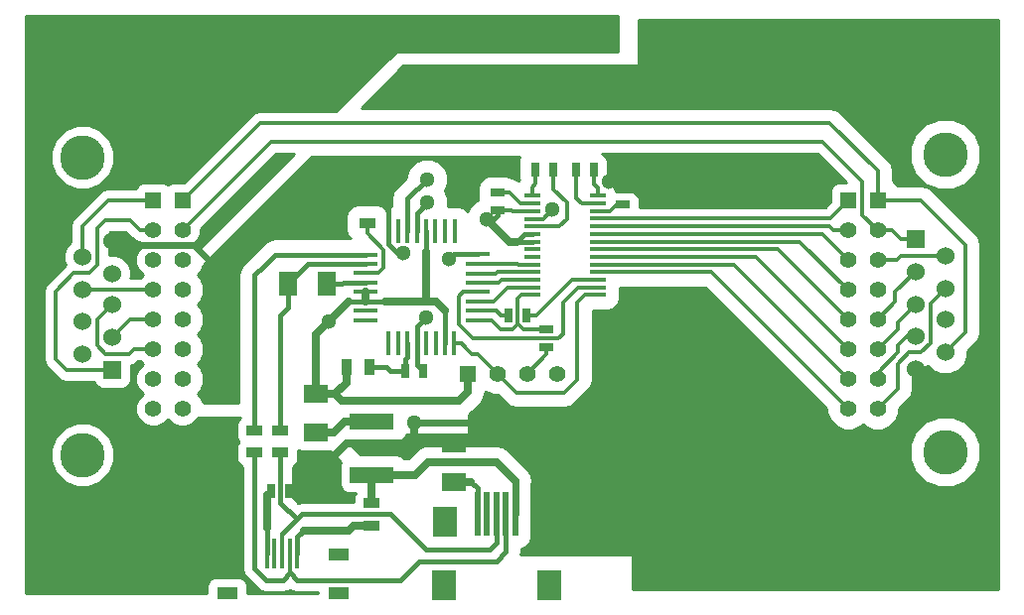
<source format=gbl>
G04 (created by PCBNEW (2013-jul-07)-stable) date śro, 10 cze 2015, 22:30:10*
%MOIN*%
G04 Gerber Fmt 3.4, Leading zero omitted, Abs format*
%FSLAX34Y34*%
G01*
G70*
G90*
G04 APERTURE LIST*
%ADD10C,0.00590551*%
%ADD11R,0.0579X0.0165*%
%ADD12C,0.15*%
%ADD13R,0.06X0.06*%
%ADD14C,0.06*%
%ADD15R,0.08X0.06*%
%ADD16R,0.06X0.08*%
%ADD17R,0.035X0.055*%
%ADD18R,0.055X0.035*%
%ADD19R,0.025X0.045*%
%ADD20R,0.045X0.025*%
%ADD21R,0.0787X0.0177*%
%ADD22R,0.0177X0.0787*%
%ADD23R,0.015748X0.0984252*%
%ADD24R,0.0708661X0.0393701*%
%ADD25R,0.055X0.055*%
%ADD26C,0.055*%
%ADD27R,0.0196X0.145669*%
%ADD28R,0.0787X0.0984*%
%ADD29R,0.15X0.055*%
%ADD30R,0.0590551X0.0590551*%
%ADD31C,0.0511811*%
%ADD32C,0.014*%
%ADD33C,0.018*%
%ADD34C,0.024*%
%ADD35C,0.028*%
%ADD36C,0.01*%
G04 APERTURE END LIST*
G54D10*
G54D11*
X66397Y-36269D03*
X66397Y-36525D03*
X66397Y-36781D03*
X66397Y-37037D03*
X64195Y-35505D03*
X66397Y-35501D03*
X66397Y-35757D03*
X66397Y-36013D03*
X64193Y-37293D03*
X64193Y-37037D03*
X64193Y-36781D03*
X64193Y-36525D03*
X64193Y-36269D03*
X64193Y-36013D03*
X66397Y-37293D03*
X64195Y-35757D03*
X66397Y-35245D03*
X66397Y-37549D03*
X64193Y-37549D03*
X64193Y-35245D03*
X66397Y-34990D03*
X66397Y-37804D03*
X64193Y-37804D03*
X64193Y-34990D03*
X66397Y-34734D03*
X66397Y-38060D03*
X64193Y-38060D03*
X64193Y-34734D03*
G54D12*
X49106Y-43435D03*
X49106Y-33435D03*
G54D13*
X50106Y-40585D03*
G54D14*
X50106Y-39485D03*
X50106Y-38385D03*
X50106Y-37335D03*
X50106Y-36235D03*
X49106Y-36785D03*
X49106Y-37885D03*
X49106Y-38935D03*
X49106Y-40035D03*
G54D12*
X78059Y-33335D03*
X78059Y-43335D03*
G54D13*
X77059Y-36185D03*
G54D14*
X77059Y-37285D03*
X77059Y-38385D03*
X77059Y-39435D03*
X77059Y-40535D03*
X78059Y-39985D03*
X78059Y-38885D03*
X78059Y-37835D03*
X78059Y-36735D03*
G54D15*
X56929Y-42697D03*
X56929Y-41397D03*
G54D16*
X57303Y-37696D03*
X56003Y-37696D03*
G54D17*
X57971Y-40472D03*
X58721Y-40472D03*
G54D18*
X55748Y-43367D03*
X55748Y-42617D03*
X54881Y-43367D03*
X54881Y-42617D03*
X58661Y-34900D03*
X58661Y-35650D03*
G54D19*
X60536Y-40629D03*
X59936Y-40629D03*
G54D20*
X63031Y-34621D03*
X63031Y-35221D03*
G54D19*
X64306Y-33838D03*
X64906Y-33838D03*
G54D20*
X67244Y-34424D03*
X67244Y-35024D03*
G54D19*
X65684Y-33838D03*
X66284Y-33838D03*
G54D21*
X58596Y-36702D03*
X58596Y-37017D03*
X58596Y-37332D03*
X58596Y-37647D03*
X58596Y-37962D03*
X58596Y-38277D03*
X58596Y-38592D03*
X58596Y-38907D03*
X62362Y-38905D03*
X62362Y-36695D03*
X62362Y-37015D03*
X62362Y-37335D03*
X62362Y-37645D03*
X62362Y-37965D03*
X62362Y-38275D03*
X62362Y-38595D03*
G54D22*
X59380Y-39695D03*
X59694Y-39695D03*
X60010Y-39695D03*
X60324Y-39695D03*
X60640Y-39695D03*
X60954Y-39695D03*
X61270Y-39695D03*
X61584Y-39695D03*
X59382Y-35915D03*
X59692Y-35915D03*
X60012Y-35915D03*
X60322Y-35915D03*
X60632Y-35915D03*
X60952Y-35915D03*
X61272Y-35915D03*
X61592Y-35915D03*
G54D23*
X55807Y-46751D03*
X56062Y-46751D03*
X55295Y-46751D03*
X55551Y-46751D03*
X56318Y-46751D03*
G54D24*
X57696Y-46771D03*
X57696Y-48070D03*
X53956Y-46771D03*
X53956Y-48070D03*
G54D25*
X74803Y-34885D03*
G54D26*
X74803Y-35885D03*
X74803Y-36885D03*
X74803Y-37885D03*
X74803Y-38885D03*
X74803Y-39885D03*
X74803Y-40885D03*
X74803Y-41885D03*
G54D19*
X64000Y-38740D03*
X63400Y-38740D03*
G54D27*
X62992Y-45433D03*
X63307Y-45433D03*
X62362Y-45433D03*
X62677Y-45433D03*
G54D28*
X61221Y-47834D03*
X64763Y-47834D03*
X61260Y-45669D03*
X64763Y-45669D03*
G54D27*
X63622Y-45433D03*
G54D29*
X58818Y-44128D03*
X58818Y-42328D03*
G54D25*
X51476Y-34885D03*
G54D26*
X51476Y-35885D03*
X51476Y-36885D03*
X51476Y-37885D03*
X51476Y-38885D03*
X51476Y-39885D03*
X51476Y-40885D03*
X51476Y-41885D03*
G54D25*
X75787Y-34885D03*
G54D26*
X75787Y-35885D03*
X75787Y-36885D03*
X75787Y-37885D03*
X75787Y-38885D03*
X75787Y-39885D03*
X75787Y-40885D03*
X75787Y-41885D03*
G54D25*
X62043Y-40708D03*
G54D26*
X63043Y-40708D03*
X64043Y-40708D03*
X65043Y-40708D03*
G54D25*
X52460Y-34885D03*
G54D26*
X52460Y-35885D03*
X52460Y-36885D03*
X52460Y-37885D03*
X52460Y-38885D03*
X52460Y-39885D03*
X52460Y-40885D03*
X52460Y-41885D03*
G54D15*
X61574Y-43050D03*
X61574Y-44350D03*
G54D18*
X58818Y-45058D03*
X58818Y-45808D03*
G54D19*
X56048Y-44645D03*
X55448Y-44645D03*
G54D20*
X64685Y-39227D03*
X64685Y-39827D03*
G54D30*
X52755Y-32874D03*
X52165Y-43897D03*
X58070Y-29330D03*
X47834Y-36811D03*
X75984Y-45472D03*
X75196Y-30708D03*
G54D31*
X60669Y-34173D03*
X60669Y-34960D03*
X54173Y-39173D03*
X64881Y-35196D03*
X66771Y-34251D03*
X60236Y-42362D03*
X60629Y-38818D03*
X59881Y-36653D03*
X61417Y-36850D03*
X62677Y-35511D03*
X57362Y-38937D03*
G54D32*
X51476Y-37885D02*
X49791Y-37885D01*
X49791Y-37885D02*
X49106Y-37885D01*
G54D33*
X55748Y-43367D02*
X55748Y-45039D01*
X55748Y-45039D02*
X56299Y-45590D01*
X57952Y-45433D02*
X59448Y-45433D01*
X55807Y-46082D02*
X56299Y-45590D01*
X56299Y-45590D02*
X56456Y-45433D01*
X56456Y-45433D02*
X57952Y-45433D01*
X62755Y-46614D02*
X62992Y-46377D01*
X62992Y-45433D02*
X62992Y-46377D01*
G54D32*
X55807Y-46082D02*
X55807Y-46751D01*
G54D33*
X60629Y-46614D02*
X62755Y-46614D01*
X59448Y-45433D02*
X60629Y-46614D01*
X55748Y-41338D02*
X55748Y-42204D01*
X55748Y-38740D02*
X56003Y-38484D01*
X56003Y-37696D02*
X56003Y-38484D01*
X55748Y-42204D02*
X55748Y-42617D01*
X55748Y-41338D02*
X55748Y-38740D01*
X58596Y-37017D02*
X56683Y-37017D01*
X56683Y-37017D02*
X56003Y-37696D01*
X54881Y-43367D02*
X54881Y-47244D01*
X55826Y-47637D02*
X55275Y-47637D01*
X55275Y-47637D02*
X54881Y-47244D01*
X55826Y-47637D02*
X56062Y-47401D01*
G54D32*
X56062Y-46751D02*
X56062Y-47401D01*
G54D33*
X63307Y-46692D02*
X63307Y-45433D01*
X62992Y-47007D02*
X63307Y-46692D01*
X60393Y-47007D02*
X62992Y-47007D01*
X59763Y-47637D02*
X60393Y-47007D01*
X56299Y-47637D02*
X59763Y-47637D01*
X56062Y-47401D02*
X56299Y-47637D01*
X54881Y-41259D02*
X54881Y-42125D01*
X54881Y-37401D02*
X55196Y-37086D01*
X55581Y-36702D02*
X55196Y-37086D01*
X58596Y-36702D02*
X55581Y-36702D01*
X54881Y-42125D02*
X54881Y-42617D01*
X54881Y-41259D02*
X54881Y-37401D01*
G54D32*
X75787Y-35885D02*
X76279Y-35885D01*
X76579Y-36185D02*
X77059Y-36185D01*
X76279Y-35885D02*
X76579Y-36185D01*
X52460Y-35885D02*
X55433Y-32913D01*
X75275Y-35374D02*
X75787Y-35885D01*
X75275Y-34251D02*
X75275Y-35374D01*
X73937Y-32913D02*
X75275Y-34251D01*
X55433Y-32913D02*
X73937Y-32913D01*
X51476Y-35885D02*
X51043Y-35885D01*
X48558Y-40585D02*
X50106Y-40585D01*
X48188Y-40216D02*
X48558Y-40585D01*
X48188Y-37952D02*
X48188Y-40216D01*
X48818Y-37322D02*
X48188Y-37952D01*
X49330Y-37322D02*
X48818Y-37322D01*
X49606Y-37047D02*
X49330Y-37322D01*
X49606Y-35807D02*
X49606Y-37047D01*
X49862Y-35551D02*
X49606Y-35807D01*
X50708Y-35551D02*
X49862Y-35551D01*
X51043Y-35885D02*
X50708Y-35551D01*
X75787Y-36885D02*
X76421Y-36885D01*
X76571Y-36735D02*
X78059Y-36735D01*
X76421Y-36885D02*
X76571Y-36735D01*
X75787Y-40885D02*
X75787Y-40669D01*
X76784Y-39435D02*
X77059Y-39435D01*
X76456Y-39763D02*
X76784Y-39435D01*
X76456Y-40000D02*
X76456Y-39763D01*
X75787Y-40669D02*
X76456Y-40000D01*
X75787Y-34885D02*
X77248Y-34885D01*
X78740Y-39304D02*
X78059Y-39985D01*
X78740Y-36377D02*
X78740Y-39304D01*
X77248Y-34885D02*
X78740Y-36377D01*
X52460Y-34885D02*
X55062Y-32283D01*
X75787Y-33897D02*
X75787Y-34885D01*
X74173Y-32283D02*
X75787Y-33897D01*
X55062Y-32283D02*
X74173Y-32283D01*
X51476Y-34885D02*
X49956Y-34885D01*
X49106Y-35736D02*
X49106Y-36785D01*
X49956Y-34885D02*
X49106Y-35736D01*
X75787Y-41885D02*
X76456Y-41216D01*
X77559Y-38335D02*
X78059Y-37835D01*
X77559Y-39685D02*
X77559Y-38335D01*
X77244Y-40000D02*
X77559Y-39685D01*
X76850Y-40000D02*
X77244Y-40000D01*
X76456Y-40393D02*
X76850Y-40000D01*
X76456Y-41216D02*
X76456Y-40393D01*
G54D33*
X60012Y-34830D02*
X60669Y-34173D01*
X60012Y-35915D02*
X60012Y-34830D01*
G54D32*
X66397Y-36269D02*
X73186Y-36269D01*
X73186Y-36269D02*
X74803Y-37885D01*
X73710Y-35757D02*
X74182Y-35757D01*
X66397Y-35757D02*
X73710Y-35757D01*
X74311Y-35885D02*
X74803Y-35885D01*
X74182Y-35757D02*
X74311Y-35885D01*
X73385Y-36013D02*
X73930Y-36013D01*
X73930Y-36013D02*
X74803Y-36885D01*
X66397Y-36013D02*
X73385Y-36013D01*
X73385Y-36013D02*
X73415Y-36013D01*
X73543Y-35501D02*
X74187Y-35501D01*
X74187Y-35501D02*
X74803Y-34885D01*
X66397Y-35501D02*
X73543Y-35501D01*
X73543Y-35501D02*
X73553Y-35501D01*
X66397Y-36525D02*
X72442Y-36525D01*
X72442Y-36525D02*
X74803Y-38885D01*
X62362Y-38275D02*
X62905Y-38275D01*
X63376Y-37804D02*
X64193Y-37804D01*
X62905Y-38275D02*
X63376Y-37804D01*
X62362Y-37335D02*
X62979Y-37335D01*
X63021Y-37293D02*
X64193Y-37293D01*
X62979Y-37335D02*
X63021Y-37293D01*
X62362Y-37645D02*
X63063Y-37645D01*
X63159Y-37549D02*
X64193Y-37549D01*
X63063Y-37645D02*
X63159Y-37549D01*
X62362Y-37015D02*
X63708Y-37015D01*
X63730Y-37037D02*
X64193Y-37037D01*
X63708Y-37015D02*
X63730Y-37037D01*
X64685Y-39227D02*
X63912Y-39227D01*
X63912Y-39227D02*
X63700Y-39015D01*
X62362Y-38905D02*
X62842Y-38905D01*
X63829Y-38060D02*
X64193Y-38060D01*
X63700Y-38188D02*
X63829Y-38060D01*
X63700Y-39055D02*
X63700Y-39015D01*
X63700Y-39015D02*
X63700Y-38188D01*
X63543Y-39212D02*
X63700Y-39055D01*
X63149Y-39212D02*
X63543Y-39212D01*
X62842Y-38905D02*
X63149Y-39212D01*
X75787Y-38885D02*
X76377Y-38295D01*
X76377Y-37966D02*
X77059Y-37285D01*
X76377Y-38295D02*
X76377Y-37966D01*
X51476Y-38885D02*
X50706Y-38885D01*
X50706Y-38885D02*
X50106Y-39485D01*
G54D33*
X60322Y-35307D02*
X60669Y-34960D01*
X60322Y-35915D02*
X60322Y-35307D01*
G54D32*
X62204Y-39527D02*
X65078Y-39527D01*
X61877Y-37965D02*
X61732Y-38110D01*
X61732Y-38110D02*
X61732Y-39055D01*
X62362Y-37965D02*
X61877Y-37965D01*
X61732Y-39055D02*
X62204Y-39527D01*
X65738Y-37804D02*
X66397Y-37804D01*
X65236Y-38307D02*
X65738Y-37804D01*
X65236Y-39370D02*
X65236Y-38307D01*
X65078Y-39527D02*
X65236Y-39370D01*
X62362Y-38595D02*
X63004Y-38595D01*
X63149Y-38740D02*
X63400Y-38740D01*
X63004Y-38595D02*
X63149Y-38740D01*
X64000Y-38740D02*
X64330Y-38740D01*
X65521Y-37549D02*
X66397Y-37549D01*
X64330Y-38740D02*
X65521Y-37549D01*
X63043Y-40708D02*
X63673Y-41338D01*
X65955Y-38060D02*
X66397Y-38060D01*
X65708Y-38307D02*
X65955Y-38060D01*
X65708Y-40905D02*
X65708Y-38307D01*
X65275Y-41338D02*
X65708Y-40905D01*
X63673Y-41338D02*
X65275Y-41338D01*
X61968Y-39842D02*
X62165Y-40039D01*
X61821Y-39695D02*
X61968Y-39842D01*
X61584Y-39695D02*
X61821Y-39695D01*
X62374Y-40039D02*
X63043Y-40708D01*
X62165Y-40039D02*
X62374Y-40039D01*
X66397Y-37037D02*
X70954Y-37037D01*
X70954Y-37037D02*
X74803Y-40885D01*
X66397Y-37293D02*
X70210Y-37293D01*
X70210Y-37293D02*
X74803Y-41885D01*
X66397Y-36781D02*
X71698Y-36781D01*
X71698Y-36781D02*
X74803Y-39885D01*
X75787Y-39885D02*
X76456Y-39216D01*
X76456Y-38988D02*
X77059Y-38385D01*
X76456Y-39216D02*
X76456Y-38988D01*
X51476Y-39885D02*
X50822Y-39885D01*
X49606Y-38885D02*
X50106Y-38385D01*
X49606Y-39763D02*
X49606Y-38885D01*
X49881Y-40039D02*
X49606Y-39763D01*
X50669Y-40039D02*
X49881Y-40039D01*
X50822Y-39885D02*
X50669Y-40039D01*
G54D34*
X63622Y-45433D02*
X63622Y-44488D01*
G54D35*
X60281Y-44128D02*
X58818Y-44128D01*
X60708Y-43700D02*
X60281Y-44128D01*
X62992Y-43700D02*
X60708Y-43700D01*
X63622Y-44330D02*
X62992Y-43700D01*
G54D34*
X63622Y-44488D02*
X63622Y-44330D01*
G54D35*
X58818Y-45058D02*
X58818Y-44128D01*
G54D34*
X50802Y-36235D02*
X50106Y-36235D01*
X50944Y-36377D02*
X50802Y-36235D01*
X52834Y-36377D02*
X50944Y-36377D01*
X53503Y-37047D02*
X52834Y-36377D01*
X53503Y-38503D02*
X53503Y-37047D01*
X54173Y-39173D02*
X53503Y-38503D01*
X60236Y-42362D02*
X64488Y-42362D01*
X77059Y-42074D02*
X77059Y-40535D01*
X75118Y-44015D02*
X77059Y-42074D01*
X66141Y-44015D02*
X75118Y-44015D01*
X64488Y-42362D02*
X66141Y-44015D01*
G54D32*
X64573Y-35505D02*
X64881Y-35196D01*
X64573Y-35505D02*
X64195Y-35505D01*
X67244Y-34424D02*
X66944Y-34424D01*
X66944Y-34424D02*
X66771Y-34251D01*
G54D35*
X60236Y-43050D02*
X60236Y-42362D01*
G54D33*
X60324Y-40166D02*
X60324Y-40417D01*
X60324Y-39695D02*
X60324Y-40166D01*
X60324Y-40417D02*
X60536Y-40629D01*
X60324Y-39124D02*
X60324Y-39695D01*
X60324Y-39124D02*
X60629Y-38818D01*
G54D35*
X60236Y-43050D02*
X60236Y-42992D01*
X60236Y-42992D02*
X60236Y-43050D01*
G54D33*
X56048Y-44645D02*
X56377Y-44645D01*
G54D35*
X56377Y-44645D02*
X57972Y-43050D01*
X57972Y-43050D02*
X60236Y-43050D01*
X60236Y-43050D02*
X61574Y-43050D01*
G54D33*
X59382Y-35915D02*
X59382Y-36350D01*
X59685Y-36653D02*
X59881Y-36653D01*
X59382Y-36350D02*
X59685Y-36653D01*
X61417Y-36850D02*
X61572Y-36695D01*
X61572Y-36695D02*
X62362Y-36695D01*
X58661Y-34900D02*
X59152Y-34900D01*
X59152Y-34900D02*
X59382Y-35130D01*
X59382Y-35130D02*
X59382Y-35915D01*
G54D32*
X58661Y-35650D02*
X58661Y-35984D01*
X59045Y-37332D02*
X58596Y-37332D01*
X59212Y-37165D02*
X59045Y-37332D01*
X59212Y-36535D02*
X59212Y-37165D01*
X58661Y-35984D02*
X59212Y-36535D01*
G54D33*
X57303Y-37696D02*
X57814Y-37696D01*
X57864Y-37647D02*
X58596Y-37647D01*
X57814Y-37696D02*
X57864Y-37647D01*
G54D32*
X64645Y-35757D02*
X65108Y-35757D01*
X64906Y-34512D02*
X64906Y-33838D01*
X65354Y-34960D02*
X64906Y-34512D01*
X65354Y-35511D02*
X65354Y-34960D01*
X65108Y-35757D02*
X65354Y-35511D01*
X64655Y-35757D02*
X64645Y-35757D01*
X64645Y-35757D02*
X64195Y-35757D01*
X64306Y-33838D02*
X64311Y-33843D01*
X64193Y-34448D02*
X64193Y-34734D01*
X64311Y-34330D02*
X64193Y-34448D01*
X64311Y-33843D02*
X64311Y-34330D01*
X66397Y-35245D02*
X66801Y-35245D01*
X67022Y-35024D02*
X67244Y-35024D01*
X66801Y-35245D02*
X67022Y-35024D01*
G54D35*
X61574Y-44350D02*
X62146Y-44350D01*
G54D33*
X62362Y-44566D02*
X62362Y-45433D01*
X62146Y-44350D02*
X62362Y-44566D01*
G54D32*
X65684Y-33838D02*
X65684Y-34818D01*
X65856Y-34990D02*
X66397Y-34990D01*
X65684Y-34818D02*
X65856Y-34990D01*
X66284Y-33838D02*
X66284Y-34335D01*
X66397Y-34448D02*
X66397Y-34734D01*
X66284Y-34335D02*
X66397Y-34448D01*
G54D33*
X55448Y-44645D02*
X55295Y-44798D01*
G54D35*
X55295Y-44798D02*
X55295Y-45885D01*
G54D33*
X55295Y-45885D02*
X55295Y-46751D01*
G54D32*
X64685Y-39827D02*
X64685Y-40066D01*
X64685Y-40066D02*
X64043Y-40708D01*
G54D35*
X58818Y-42328D02*
X57907Y-42328D01*
X57538Y-42697D02*
X56929Y-42697D01*
X57907Y-42328D02*
X57538Y-42697D01*
G54D33*
X60010Y-39695D02*
X60010Y-40147D01*
X59936Y-40221D02*
X59936Y-40629D01*
X60010Y-40147D02*
X59936Y-40221D01*
X58721Y-40472D02*
X59291Y-40472D01*
X59448Y-40629D02*
X59936Y-40629D01*
X59291Y-40472D02*
X59448Y-40629D01*
G54D32*
X63031Y-34621D02*
X63420Y-34621D01*
X63789Y-34990D02*
X64193Y-34990D01*
X63420Y-34621D02*
X63789Y-34990D01*
G54D33*
X56318Y-46751D02*
X56318Y-46200D01*
G54D35*
X58207Y-45808D02*
X58818Y-45808D01*
X58031Y-45984D02*
X58207Y-45808D01*
X56535Y-45984D02*
X58031Y-45984D01*
G54D33*
X56318Y-46200D02*
X56535Y-45984D01*
G54D35*
X61456Y-41614D02*
X61732Y-41614D01*
X62043Y-41303D02*
X62043Y-40708D01*
X61732Y-41614D02*
X62043Y-41303D01*
X57796Y-41614D02*
X57579Y-41397D01*
X61452Y-41614D02*
X61456Y-41614D01*
X61456Y-41614D02*
X57796Y-41614D01*
G54D33*
X62677Y-35511D02*
X62913Y-35511D01*
X63031Y-35393D02*
X63031Y-35221D01*
X62913Y-35511D02*
X63031Y-35393D01*
X64193Y-36013D02*
X63927Y-36013D01*
X63927Y-36013D02*
X63671Y-36269D01*
G54D35*
X63277Y-36112D02*
X63434Y-36269D01*
X63277Y-36112D02*
X62677Y-35511D01*
G54D33*
X63671Y-36269D02*
X64193Y-36269D01*
G54D35*
X63434Y-36269D02*
X63671Y-36269D01*
X56929Y-41397D02*
X57579Y-41397D01*
X57971Y-41004D02*
X57971Y-40472D01*
X57579Y-41397D02*
X57971Y-41004D01*
X56929Y-41397D02*
X56929Y-40531D01*
X56929Y-39370D02*
X57362Y-38937D01*
X56929Y-40531D02*
X56929Y-39370D01*
G54D33*
X60632Y-35915D02*
X60632Y-36611D01*
G54D35*
X60629Y-36614D02*
X60629Y-38277D01*
X60632Y-36611D02*
X60629Y-36614D01*
G54D33*
X58596Y-38277D02*
X59281Y-38277D01*
X61270Y-38592D02*
X61270Y-39695D01*
G54D35*
X60954Y-38277D02*
X61270Y-38592D01*
X59281Y-38277D02*
X60629Y-38277D01*
X60629Y-38277D02*
X60954Y-38277D01*
X58596Y-37962D02*
X58596Y-38277D01*
G54D33*
X58596Y-38277D02*
X58021Y-38277D01*
G54D35*
X58021Y-38277D02*
X57362Y-38937D01*
G54D32*
X63031Y-35221D02*
X63518Y-35221D01*
X63518Y-35221D02*
X63543Y-35245D01*
X63543Y-35245D02*
X64193Y-35245D01*
G54D10*
G36*
X51127Y-37385D02*
X51022Y-37490D01*
X50719Y-37490D01*
X50731Y-37460D01*
X50731Y-37211D01*
X50636Y-36981D01*
X50461Y-36805D01*
X50231Y-36710D01*
X50001Y-36710D01*
X50001Y-35970D01*
X50026Y-35946D01*
X50544Y-35946D01*
X50763Y-36165D01*
X50891Y-36251D01*
X50891Y-36251D01*
X51017Y-36276D01*
X51017Y-36276D01*
X51127Y-36385D01*
X50967Y-36545D01*
X50875Y-36765D01*
X50875Y-37004D01*
X50966Y-37225D01*
X51127Y-37385D01*
X51127Y-37385D01*
G37*
G54D36*
X51127Y-37385D02*
X51022Y-37490D01*
X50719Y-37490D01*
X50731Y-37460D01*
X50731Y-37211D01*
X50636Y-36981D01*
X50461Y-36805D01*
X50231Y-36710D01*
X50001Y-36710D01*
X50001Y-35970D01*
X50026Y-35946D01*
X50544Y-35946D01*
X50763Y-36165D01*
X50891Y-36251D01*
X50891Y-36251D01*
X51017Y-36276D01*
X51017Y-36276D01*
X51127Y-36385D01*
X50967Y-36545D01*
X50875Y-36765D01*
X50875Y-37004D01*
X50966Y-37225D01*
X51127Y-37385D01*
G54D10*
G36*
X56187Y-33308D02*
X52960Y-36536D01*
X52809Y-36385D01*
X52969Y-36226D01*
X53061Y-36005D01*
X53061Y-35844D01*
X55596Y-33308D01*
X56187Y-33308D01*
X56187Y-33308D01*
G37*
G54D36*
X56187Y-33308D02*
X52960Y-36536D01*
X52809Y-36385D01*
X52969Y-36226D01*
X53061Y-36005D01*
X53061Y-35844D01*
X55596Y-33308D01*
X56187Y-33308D01*
G54D10*
G36*
X58255Y-44728D02*
X58218Y-44818D01*
X58218Y-44947D01*
X58218Y-45017D01*
X57952Y-45017D01*
X56456Y-45017D01*
X56337Y-45041D01*
X56163Y-44867D01*
X56163Y-43836D01*
X56207Y-43818D01*
X56298Y-43726D01*
X56348Y-43607D01*
X56348Y-43477D01*
X56348Y-43274D01*
X56464Y-43322D01*
X56593Y-43322D01*
X57393Y-43322D01*
X57416Y-43313D01*
X57786Y-43684D01*
X57743Y-43788D01*
X57743Y-43917D01*
X57743Y-44467D01*
X57792Y-44587D01*
X57884Y-44679D01*
X58003Y-44728D01*
X58133Y-44728D01*
X58255Y-44728D01*
X58255Y-44728D01*
G37*
G54D36*
X58255Y-44728D02*
X58218Y-44818D01*
X58218Y-44947D01*
X58218Y-45017D01*
X57952Y-45017D01*
X56456Y-45017D01*
X56337Y-45041D01*
X56163Y-44867D01*
X56163Y-43836D01*
X56207Y-43818D01*
X56298Y-43726D01*
X56348Y-43607D01*
X56348Y-43477D01*
X56348Y-43274D01*
X56464Y-43322D01*
X56593Y-43322D01*
X57393Y-43322D01*
X57416Y-43313D01*
X57786Y-43684D01*
X57743Y-43788D01*
X57743Y-43917D01*
X57743Y-44467D01*
X57792Y-44587D01*
X57884Y-44679D01*
X58003Y-44728D01*
X58133Y-44728D01*
X58255Y-44728D01*
G54D10*
G36*
X67075Y-29871D02*
X59624Y-29871D01*
X57608Y-31887D01*
X55062Y-31887D01*
X54911Y-31917D01*
X54783Y-32003D01*
X54783Y-32003D01*
X52501Y-34285D01*
X52121Y-34285D01*
X52001Y-34334D01*
X51968Y-34367D01*
X51936Y-34334D01*
X51816Y-34285D01*
X51686Y-34285D01*
X51136Y-34285D01*
X51017Y-34334D01*
X50925Y-34426D01*
X50898Y-34490D01*
X50182Y-34490D01*
X50182Y-33222D01*
X50018Y-32827D01*
X49716Y-32524D01*
X49321Y-32360D01*
X48893Y-32360D01*
X48497Y-32523D01*
X48194Y-32825D01*
X48030Y-33220D01*
X48030Y-33648D01*
X48193Y-34044D01*
X48496Y-34347D01*
X48891Y-34511D01*
X49319Y-34511D01*
X49714Y-34348D01*
X50017Y-34045D01*
X50181Y-33650D01*
X50182Y-33222D01*
X50182Y-34490D01*
X49956Y-34490D01*
X49805Y-34520D01*
X49676Y-34606D01*
X48826Y-35456D01*
X48740Y-35584D01*
X48710Y-35736D01*
X48710Y-36296D01*
X48576Y-36430D01*
X48480Y-36660D01*
X48480Y-36909D01*
X48536Y-37045D01*
X47909Y-37673D01*
X47823Y-37801D01*
X47793Y-37952D01*
X47793Y-40216D01*
X47823Y-40367D01*
X47909Y-40496D01*
X48278Y-40865D01*
X48406Y-40951D01*
X48406Y-40951D01*
X48558Y-40981D01*
X49493Y-40981D01*
X49530Y-41070D01*
X49621Y-41161D01*
X49741Y-41211D01*
X49870Y-41211D01*
X50470Y-41211D01*
X50590Y-41162D01*
X50682Y-41070D01*
X50731Y-40950D01*
X50731Y-40821D01*
X50731Y-40422D01*
X50820Y-40404D01*
X50949Y-40319D01*
X50986Y-40281D01*
X51022Y-40281D01*
X51127Y-40385D01*
X50967Y-40545D01*
X50875Y-40765D01*
X50875Y-41004D01*
X50966Y-41225D01*
X51127Y-41385D01*
X50967Y-41545D01*
X50875Y-41765D01*
X50875Y-42004D01*
X50966Y-42225D01*
X51135Y-42394D01*
X51356Y-42486D01*
X51595Y-42486D01*
X51816Y-42395D01*
X51968Y-42243D01*
X52119Y-42394D01*
X52340Y-42486D01*
X52579Y-42486D01*
X52800Y-42395D01*
X52969Y-42226D01*
X52990Y-42175D01*
X54412Y-42175D01*
X54331Y-42257D01*
X54281Y-42377D01*
X54281Y-42506D01*
X54281Y-42856D01*
X54330Y-42976D01*
X54346Y-42992D01*
X54331Y-43007D01*
X54281Y-43127D01*
X54281Y-43256D01*
X54281Y-43606D01*
X54330Y-43726D01*
X54422Y-43817D01*
X54466Y-43836D01*
X54466Y-47244D01*
X54497Y-47403D01*
X54588Y-47537D01*
X54981Y-47931D01*
X55116Y-48021D01*
X55275Y-48053D01*
X55826Y-48053D01*
X55985Y-48021D01*
X55985Y-48021D01*
X56062Y-47970D01*
X56062Y-47970D01*
X56140Y-48021D01*
X56140Y-48021D01*
X56299Y-48053D01*
X57016Y-48053D01*
X57016Y-48070D01*
X54636Y-48070D01*
X54636Y-47809D01*
X54587Y-47689D01*
X54495Y-47598D01*
X54376Y-47548D01*
X54246Y-47548D01*
X53537Y-47548D01*
X53418Y-47597D01*
X53326Y-47689D01*
X53276Y-47808D01*
X53276Y-47938D01*
X53276Y-48070D01*
X50182Y-48070D01*
X50182Y-43222D01*
X50018Y-42827D01*
X49716Y-42524D01*
X49321Y-42360D01*
X48893Y-42360D01*
X48497Y-42523D01*
X48194Y-42825D01*
X48030Y-43220D01*
X48030Y-43648D01*
X48193Y-44044D01*
X48496Y-44347D01*
X48891Y-44511D01*
X49319Y-44511D01*
X49714Y-44348D01*
X50017Y-44045D01*
X50181Y-43650D01*
X50182Y-43222D01*
X50182Y-48070D01*
X47205Y-48070D01*
X47205Y-28701D01*
X67075Y-28701D01*
X67075Y-29871D01*
X67075Y-29871D01*
G37*
G54D36*
X67075Y-29871D02*
X59624Y-29871D01*
X57608Y-31887D01*
X55062Y-31887D01*
X54911Y-31917D01*
X54783Y-32003D01*
X54783Y-32003D01*
X52501Y-34285D01*
X52121Y-34285D01*
X52001Y-34334D01*
X51968Y-34367D01*
X51936Y-34334D01*
X51816Y-34285D01*
X51686Y-34285D01*
X51136Y-34285D01*
X51017Y-34334D01*
X50925Y-34426D01*
X50898Y-34490D01*
X50182Y-34490D01*
X50182Y-33222D01*
X50018Y-32827D01*
X49716Y-32524D01*
X49321Y-32360D01*
X48893Y-32360D01*
X48497Y-32523D01*
X48194Y-32825D01*
X48030Y-33220D01*
X48030Y-33648D01*
X48193Y-34044D01*
X48496Y-34347D01*
X48891Y-34511D01*
X49319Y-34511D01*
X49714Y-34348D01*
X50017Y-34045D01*
X50181Y-33650D01*
X50182Y-33222D01*
X50182Y-34490D01*
X49956Y-34490D01*
X49805Y-34520D01*
X49676Y-34606D01*
X48826Y-35456D01*
X48740Y-35584D01*
X48710Y-35736D01*
X48710Y-36296D01*
X48576Y-36430D01*
X48480Y-36660D01*
X48480Y-36909D01*
X48536Y-37045D01*
X47909Y-37673D01*
X47823Y-37801D01*
X47793Y-37952D01*
X47793Y-40216D01*
X47823Y-40367D01*
X47909Y-40496D01*
X48278Y-40865D01*
X48406Y-40951D01*
X48406Y-40951D01*
X48558Y-40981D01*
X49493Y-40981D01*
X49530Y-41070D01*
X49621Y-41161D01*
X49741Y-41211D01*
X49870Y-41211D01*
X50470Y-41211D01*
X50590Y-41162D01*
X50682Y-41070D01*
X50731Y-40950D01*
X50731Y-40821D01*
X50731Y-40422D01*
X50820Y-40404D01*
X50949Y-40319D01*
X50986Y-40281D01*
X51022Y-40281D01*
X51127Y-40385D01*
X50967Y-40545D01*
X50875Y-40765D01*
X50875Y-41004D01*
X50966Y-41225D01*
X51127Y-41385D01*
X50967Y-41545D01*
X50875Y-41765D01*
X50875Y-42004D01*
X50966Y-42225D01*
X51135Y-42394D01*
X51356Y-42486D01*
X51595Y-42486D01*
X51816Y-42395D01*
X51968Y-42243D01*
X52119Y-42394D01*
X52340Y-42486D01*
X52579Y-42486D01*
X52800Y-42395D01*
X52969Y-42226D01*
X52990Y-42175D01*
X54412Y-42175D01*
X54331Y-42257D01*
X54281Y-42377D01*
X54281Y-42506D01*
X54281Y-42856D01*
X54330Y-42976D01*
X54346Y-42992D01*
X54331Y-43007D01*
X54281Y-43127D01*
X54281Y-43256D01*
X54281Y-43606D01*
X54330Y-43726D01*
X54422Y-43817D01*
X54466Y-43836D01*
X54466Y-47244D01*
X54497Y-47403D01*
X54588Y-47537D01*
X54981Y-47931D01*
X55116Y-48021D01*
X55275Y-48053D01*
X55826Y-48053D01*
X55985Y-48021D01*
X55985Y-48021D01*
X56062Y-47970D01*
X56062Y-47970D01*
X56140Y-48021D01*
X56140Y-48021D01*
X56299Y-48053D01*
X57016Y-48053D01*
X57016Y-48070D01*
X54636Y-48070D01*
X54636Y-47809D01*
X54587Y-47689D01*
X54495Y-47598D01*
X54376Y-47548D01*
X54246Y-47548D01*
X53537Y-47548D01*
X53418Y-47597D01*
X53326Y-47689D01*
X53276Y-47808D01*
X53276Y-47938D01*
X53276Y-48070D01*
X50182Y-48070D01*
X50182Y-43222D01*
X50018Y-42827D01*
X49716Y-42524D01*
X49321Y-42360D01*
X48893Y-42360D01*
X48497Y-42523D01*
X48194Y-42825D01*
X48030Y-43220D01*
X48030Y-43648D01*
X48193Y-44044D01*
X48496Y-44347D01*
X48891Y-44511D01*
X49319Y-44511D01*
X49714Y-44348D01*
X50017Y-44045D01*
X50181Y-43650D01*
X50182Y-43222D01*
X50182Y-48070D01*
X47205Y-48070D01*
X47205Y-28701D01*
X67075Y-28701D01*
X67075Y-29871D01*
G54D10*
G36*
X63778Y-33427D02*
X63737Y-33524D01*
X63737Y-33701D01*
X63737Y-34151D01*
X63755Y-34196D01*
X63735Y-34226D01*
X63617Y-34146D01*
X63513Y-34126D01*
X63508Y-34120D01*
X63345Y-34052D01*
X63168Y-34052D01*
X62718Y-34052D01*
X62555Y-34119D01*
X62430Y-34244D01*
X62362Y-34407D01*
X62362Y-34584D01*
X62362Y-34834D01*
X62380Y-34877D01*
X62281Y-34918D01*
X62084Y-35114D01*
X62030Y-35244D01*
X61932Y-35145D01*
X61769Y-35078D01*
X61592Y-35077D01*
X61415Y-35077D01*
X61415Y-35078D01*
X61368Y-35078D01*
X61369Y-34822D01*
X61263Y-34566D01*
X61368Y-34312D01*
X61369Y-34034D01*
X61262Y-33777D01*
X61066Y-33580D01*
X60809Y-33473D01*
X60530Y-33473D01*
X60273Y-33579D01*
X60076Y-33776D01*
X59969Y-34033D01*
X59969Y-34118D01*
X59634Y-34453D01*
X59519Y-34626D01*
X59478Y-34830D01*
X59478Y-35093D01*
X59352Y-35145D01*
X59293Y-35204D01*
X59188Y-35099D01*
X59025Y-35031D01*
X58848Y-35031D01*
X58298Y-35031D01*
X58135Y-35099D01*
X58010Y-35223D01*
X57942Y-35386D01*
X57942Y-35563D01*
X57942Y-35913D01*
X58010Y-36076D01*
X58101Y-36168D01*
X55581Y-36168D01*
X55376Y-36209D01*
X55203Y-36324D01*
X54819Y-36709D01*
X54819Y-36709D01*
X54819Y-36709D01*
X54504Y-37024D01*
X54388Y-37197D01*
X54348Y-37401D01*
X54348Y-41259D01*
X54348Y-41682D01*
X53154Y-41682D01*
X53070Y-41479D01*
X52977Y-41385D01*
X53069Y-41293D01*
X53179Y-41029D01*
X53179Y-40743D01*
X53070Y-40479D01*
X52977Y-40385D01*
X53069Y-40293D01*
X53179Y-40029D01*
X53179Y-39743D01*
X53070Y-39479D01*
X52977Y-39385D01*
X53069Y-39293D01*
X53179Y-39029D01*
X53179Y-38743D01*
X53070Y-38479D01*
X52977Y-38385D01*
X53069Y-38293D01*
X53179Y-38029D01*
X53179Y-37743D01*
X53070Y-37479D01*
X52977Y-37385D01*
X53069Y-37293D01*
X53165Y-37062D01*
X56801Y-33427D01*
X63778Y-33427D01*
X63778Y-33427D01*
G37*
G54D36*
X63778Y-33427D02*
X63737Y-33524D01*
X63737Y-33701D01*
X63737Y-34151D01*
X63755Y-34196D01*
X63735Y-34226D01*
X63617Y-34146D01*
X63513Y-34126D01*
X63508Y-34120D01*
X63345Y-34052D01*
X63168Y-34052D01*
X62718Y-34052D01*
X62555Y-34119D01*
X62430Y-34244D01*
X62362Y-34407D01*
X62362Y-34584D01*
X62362Y-34834D01*
X62380Y-34877D01*
X62281Y-34918D01*
X62084Y-35114D01*
X62030Y-35244D01*
X61932Y-35145D01*
X61769Y-35078D01*
X61592Y-35077D01*
X61415Y-35077D01*
X61415Y-35078D01*
X61368Y-35078D01*
X61369Y-34822D01*
X61263Y-34566D01*
X61368Y-34312D01*
X61369Y-34034D01*
X61262Y-33777D01*
X61066Y-33580D01*
X60809Y-33473D01*
X60530Y-33473D01*
X60273Y-33579D01*
X60076Y-33776D01*
X59969Y-34033D01*
X59969Y-34118D01*
X59634Y-34453D01*
X59519Y-34626D01*
X59478Y-34830D01*
X59478Y-35093D01*
X59352Y-35145D01*
X59293Y-35204D01*
X59188Y-35099D01*
X59025Y-35031D01*
X58848Y-35031D01*
X58298Y-35031D01*
X58135Y-35099D01*
X58010Y-35223D01*
X57942Y-35386D01*
X57942Y-35563D01*
X57942Y-35913D01*
X58010Y-36076D01*
X58101Y-36168D01*
X55581Y-36168D01*
X55376Y-36209D01*
X55203Y-36324D01*
X54819Y-36709D01*
X54819Y-36709D01*
X54819Y-36709D01*
X54504Y-37024D01*
X54388Y-37197D01*
X54348Y-37401D01*
X54348Y-41259D01*
X54348Y-41682D01*
X53154Y-41682D01*
X53070Y-41479D01*
X52977Y-41385D01*
X53069Y-41293D01*
X53179Y-41029D01*
X53179Y-40743D01*
X53070Y-40479D01*
X52977Y-40385D01*
X53069Y-40293D01*
X53179Y-40029D01*
X53179Y-39743D01*
X53070Y-39479D01*
X52977Y-39385D01*
X53069Y-39293D01*
X53179Y-39029D01*
X53179Y-38743D01*
X53070Y-38479D01*
X52977Y-38385D01*
X53069Y-38293D01*
X53179Y-38029D01*
X53179Y-37743D01*
X53070Y-37479D01*
X52977Y-37385D01*
X53069Y-37293D01*
X53165Y-37062D01*
X56801Y-33427D01*
X63778Y-33427D01*
G54D10*
G36*
X79841Y-47951D02*
X79252Y-47951D01*
X79252Y-43099D01*
X79071Y-42660D01*
X78736Y-42324D01*
X78297Y-42142D01*
X77822Y-42141D01*
X77383Y-42323D01*
X77047Y-42658D01*
X76865Y-43097D01*
X76865Y-43572D01*
X77046Y-44011D01*
X77381Y-44347D01*
X77820Y-44529D01*
X78295Y-44529D01*
X78734Y-44348D01*
X79070Y-44012D01*
X79252Y-43574D01*
X79252Y-43099D01*
X79252Y-47951D01*
X67569Y-47951D01*
X67569Y-46800D01*
X63819Y-46800D01*
X63840Y-46692D01*
X63840Y-46692D01*
X63840Y-46591D01*
X63971Y-46537D01*
X64095Y-46413D01*
X64163Y-46250D01*
X64163Y-46073D01*
X64163Y-45543D01*
X64185Y-45433D01*
X64185Y-44488D01*
X64185Y-44431D01*
X64205Y-44330D01*
X64161Y-44107D01*
X64034Y-43917D01*
X63404Y-43288D01*
X63215Y-43161D01*
X62992Y-43117D01*
X62992Y-43117D01*
X60708Y-43117D01*
X60708Y-43117D01*
X60653Y-43128D01*
X60485Y-43161D01*
X60485Y-43161D01*
X60485Y-43161D01*
X60437Y-43193D01*
X60295Y-43288D01*
X60295Y-43288D01*
X60039Y-43544D01*
X59887Y-43544D01*
X59820Y-43477D01*
X59657Y-43409D01*
X59481Y-43409D01*
X58440Y-43409D01*
X58078Y-43047D01*
X58156Y-43047D01*
X59656Y-43047D01*
X59819Y-42979D01*
X59944Y-42855D01*
X59981Y-42766D01*
X62057Y-42766D01*
X62057Y-42085D01*
X62145Y-42026D01*
X62456Y-41715D01*
X62456Y-41715D01*
X62456Y-41715D01*
X62582Y-41526D01*
X62582Y-41526D01*
X62618Y-41347D01*
X62626Y-41307D01*
X62635Y-41317D01*
X62899Y-41427D01*
X63035Y-41427D01*
X63309Y-41701D01*
X63309Y-41701D01*
X63476Y-41813D01*
X63476Y-41813D01*
X63673Y-41852D01*
X65275Y-41852D01*
X65472Y-41813D01*
X65472Y-41813D01*
X65638Y-41701D01*
X66071Y-41268D01*
X66071Y-41268D01*
X66071Y-41268D01*
X66183Y-41102D01*
X66183Y-41102D01*
X66222Y-40905D01*
X66222Y-40905D01*
X66222Y-38586D01*
X66774Y-38586D01*
X66937Y-38519D01*
X67062Y-38394D01*
X67130Y-38231D01*
X67130Y-38055D01*
X67130Y-37890D01*
X67130Y-37890D01*
X67130Y-37807D01*
X69998Y-37807D01*
X74084Y-41893D01*
X74084Y-42028D01*
X74193Y-42292D01*
X74395Y-42494D01*
X74659Y-42604D01*
X74945Y-42604D01*
X75209Y-42495D01*
X75295Y-42410D01*
X75379Y-42494D01*
X75643Y-42604D01*
X75929Y-42604D01*
X76193Y-42495D01*
X76396Y-42293D01*
X76505Y-42029D01*
X76506Y-41893D01*
X76819Y-41579D01*
X76931Y-41413D01*
X76931Y-41413D01*
X76970Y-41216D01*
X76970Y-40606D01*
X77063Y-40513D01*
X77244Y-40513D01*
X77440Y-40474D01*
X77440Y-40474D01*
X77473Y-40452D01*
X77637Y-40615D01*
X77910Y-40729D01*
X78206Y-40729D01*
X78479Y-40616D01*
X78689Y-40407D01*
X78802Y-40134D01*
X78802Y-39968D01*
X79103Y-39667D01*
X79214Y-39501D01*
X79214Y-39501D01*
X79253Y-39304D01*
X79253Y-36377D01*
X79252Y-36373D01*
X79252Y-33099D01*
X79071Y-32660D01*
X78736Y-32324D01*
X78297Y-32142D01*
X77822Y-32141D01*
X77383Y-32323D01*
X77047Y-32658D01*
X76865Y-33097D01*
X76865Y-33572D01*
X77046Y-34011D01*
X77381Y-34347D01*
X77820Y-34529D01*
X78295Y-34529D01*
X78734Y-34348D01*
X79070Y-34012D01*
X79252Y-33574D01*
X79252Y-33099D01*
X79252Y-36373D01*
X79214Y-36181D01*
X79214Y-36181D01*
X79103Y-36014D01*
X77611Y-34522D01*
X77444Y-34411D01*
X77248Y-34372D01*
X76443Y-34372D01*
X76438Y-34359D01*
X76314Y-34234D01*
X76301Y-34229D01*
X76301Y-33897D01*
X76261Y-33701D01*
X76261Y-33701D01*
X76150Y-33534D01*
X76150Y-33534D01*
X74536Y-31920D01*
X74369Y-31808D01*
X74173Y-31769D01*
X58458Y-31769D01*
X59863Y-30364D01*
X67766Y-30364D01*
X67766Y-28819D01*
X79841Y-28819D01*
X79841Y-47951D01*
X79841Y-47951D01*
G37*
G54D36*
X79841Y-47951D02*
X79252Y-47951D01*
X79252Y-43099D01*
X79071Y-42660D01*
X78736Y-42324D01*
X78297Y-42142D01*
X77822Y-42141D01*
X77383Y-42323D01*
X77047Y-42658D01*
X76865Y-43097D01*
X76865Y-43572D01*
X77046Y-44011D01*
X77381Y-44347D01*
X77820Y-44529D01*
X78295Y-44529D01*
X78734Y-44348D01*
X79070Y-44012D01*
X79252Y-43574D01*
X79252Y-43099D01*
X79252Y-47951D01*
X67569Y-47951D01*
X67569Y-46800D01*
X63819Y-46800D01*
X63840Y-46692D01*
X63840Y-46692D01*
X63840Y-46591D01*
X63971Y-46537D01*
X64095Y-46413D01*
X64163Y-46250D01*
X64163Y-46073D01*
X64163Y-45543D01*
X64185Y-45433D01*
X64185Y-44488D01*
X64185Y-44431D01*
X64205Y-44330D01*
X64161Y-44107D01*
X64034Y-43917D01*
X63404Y-43288D01*
X63215Y-43161D01*
X62992Y-43117D01*
X62992Y-43117D01*
X60708Y-43117D01*
X60708Y-43117D01*
X60653Y-43128D01*
X60485Y-43161D01*
X60485Y-43161D01*
X60485Y-43161D01*
X60437Y-43193D01*
X60295Y-43288D01*
X60295Y-43288D01*
X60039Y-43544D01*
X59887Y-43544D01*
X59820Y-43477D01*
X59657Y-43409D01*
X59481Y-43409D01*
X58440Y-43409D01*
X58078Y-43047D01*
X58156Y-43047D01*
X59656Y-43047D01*
X59819Y-42979D01*
X59944Y-42855D01*
X59981Y-42766D01*
X62057Y-42766D01*
X62057Y-42085D01*
X62145Y-42026D01*
X62456Y-41715D01*
X62456Y-41715D01*
X62456Y-41715D01*
X62582Y-41526D01*
X62582Y-41526D01*
X62618Y-41347D01*
X62626Y-41307D01*
X62635Y-41317D01*
X62899Y-41427D01*
X63035Y-41427D01*
X63309Y-41701D01*
X63309Y-41701D01*
X63476Y-41813D01*
X63476Y-41813D01*
X63673Y-41852D01*
X65275Y-41852D01*
X65472Y-41813D01*
X65472Y-41813D01*
X65638Y-41701D01*
X66071Y-41268D01*
X66071Y-41268D01*
X66071Y-41268D01*
X66183Y-41102D01*
X66183Y-41102D01*
X66222Y-40905D01*
X66222Y-40905D01*
X66222Y-38586D01*
X66774Y-38586D01*
X66937Y-38519D01*
X67062Y-38394D01*
X67130Y-38231D01*
X67130Y-38055D01*
X67130Y-37890D01*
X67130Y-37890D01*
X67130Y-37807D01*
X69998Y-37807D01*
X74084Y-41893D01*
X74084Y-42028D01*
X74193Y-42292D01*
X74395Y-42494D01*
X74659Y-42604D01*
X74945Y-42604D01*
X75209Y-42495D01*
X75295Y-42410D01*
X75379Y-42494D01*
X75643Y-42604D01*
X75929Y-42604D01*
X76193Y-42495D01*
X76396Y-42293D01*
X76505Y-42029D01*
X76506Y-41893D01*
X76819Y-41579D01*
X76931Y-41413D01*
X76931Y-41413D01*
X76970Y-41216D01*
X76970Y-40606D01*
X77063Y-40513D01*
X77244Y-40513D01*
X77440Y-40474D01*
X77440Y-40474D01*
X77473Y-40452D01*
X77637Y-40615D01*
X77910Y-40729D01*
X78206Y-40729D01*
X78479Y-40616D01*
X78689Y-40407D01*
X78802Y-40134D01*
X78802Y-39968D01*
X79103Y-39667D01*
X79214Y-39501D01*
X79214Y-39501D01*
X79253Y-39304D01*
X79253Y-36377D01*
X79252Y-36373D01*
X79252Y-33099D01*
X79071Y-32660D01*
X78736Y-32324D01*
X78297Y-32142D01*
X77822Y-32141D01*
X77383Y-32323D01*
X77047Y-32658D01*
X76865Y-33097D01*
X76865Y-33572D01*
X77046Y-34011D01*
X77381Y-34347D01*
X77820Y-34529D01*
X78295Y-34529D01*
X78734Y-34348D01*
X79070Y-34012D01*
X79252Y-33574D01*
X79252Y-33099D01*
X79252Y-36373D01*
X79214Y-36181D01*
X79214Y-36181D01*
X79103Y-36014D01*
X77611Y-34522D01*
X77444Y-34411D01*
X77248Y-34372D01*
X76443Y-34372D01*
X76438Y-34359D01*
X76314Y-34234D01*
X76301Y-34229D01*
X76301Y-33897D01*
X76261Y-33701D01*
X76261Y-33701D01*
X76150Y-33534D01*
X76150Y-33534D01*
X74536Y-31920D01*
X74369Y-31808D01*
X74173Y-31769D01*
X58458Y-31769D01*
X59863Y-30364D01*
X67766Y-30364D01*
X67766Y-28819D01*
X79841Y-28819D01*
X79841Y-47951D01*
G54D10*
G36*
X74749Y-34285D02*
X74463Y-34285D01*
X74343Y-34334D01*
X74252Y-34426D01*
X74202Y-34545D01*
X74202Y-34675D01*
X74202Y-34927D01*
X74023Y-35106D01*
X73553Y-35106D01*
X73543Y-35106D01*
X67794Y-35106D01*
X67794Y-35084D01*
X67794Y-34834D01*
X67745Y-34715D01*
X67653Y-34623D01*
X67534Y-34573D01*
X67404Y-34573D01*
X67006Y-34573D01*
X66962Y-34467D01*
X66871Y-34376D01*
X66770Y-34334D01*
X66762Y-34297D01*
X66762Y-34297D01*
X66702Y-34206D01*
X66702Y-34206D01*
X66734Y-34128D01*
X66734Y-33999D01*
X66734Y-33549D01*
X66685Y-33429D01*
X66593Y-33337D01*
X66524Y-33308D01*
X73773Y-33308D01*
X74749Y-34285D01*
X74749Y-34285D01*
G37*
G54D36*
X74749Y-34285D02*
X74463Y-34285D01*
X74343Y-34334D01*
X74252Y-34426D01*
X74202Y-34545D01*
X74202Y-34675D01*
X74202Y-34927D01*
X74023Y-35106D01*
X73553Y-35106D01*
X73543Y-35106D01*
X67794Y-35106D01*
X67794Y-35084D01*
X67794Y-34834D01*
X67745Y-34715D01*
X67653Y-34623D01*
X67534Y-34573D01*
X67404Y-34573D01*
X67006Y-34573D01*
X66962Y-34467D01*
X66871Y-34376D01*
X66770Y-34334D01*
X66762Y-34297D01*
X66762Y-34297D01*
X66702Y-34206D01*
X66702Y-34206D01*
X66734Y-34128D01*
X66734Y-33999D01*
X66734Y-33549D01*
X66685Y-33429D01*
X66593Y-33337D01*
X66524Y-33308D01*
X73773Y-33308D01*
X74749Y-34285D01*
M02*

</source>
